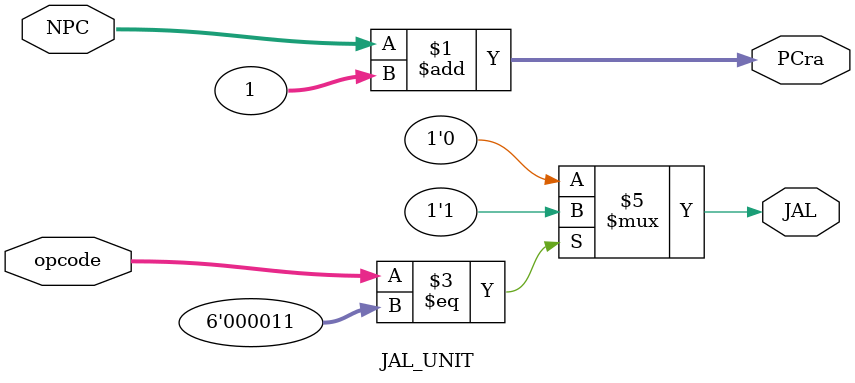
<source format=v>
`timescale 1ns / 1ps


module JAL_UNIT(
    input [31:0] NPC,
    input [5:0] opcode,
    output wire [31:0] PCra,
    output reg JAL);

    localparam J_Type_JAL = 6'b000011;
    
    assign PCra = NPC + 1;
    
    always@(*)
        begin
        if (opcode == J_Type_JAL)
            begin
                JAL = 1'b1;
            end
        else
            begin
                 JAL = 1'b0;   
            end
    end

endmodule


</source>
